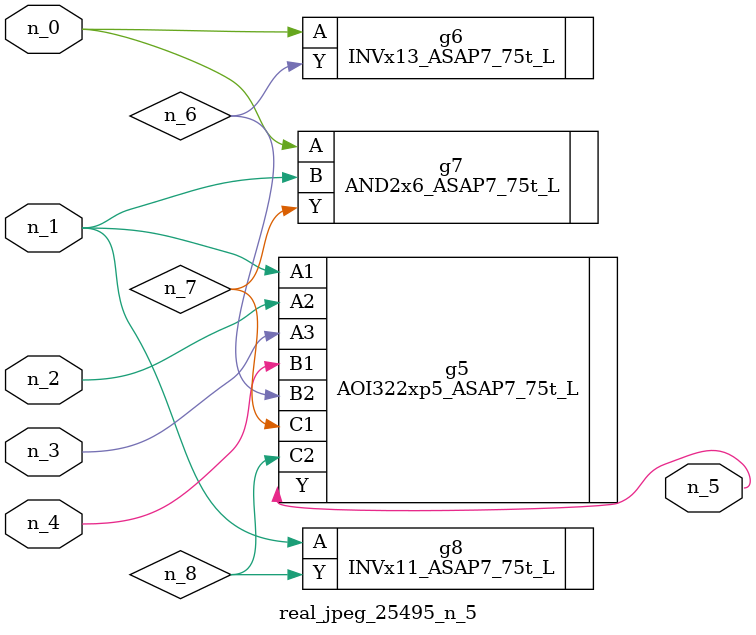
<source format=v>
module real_jpeg_25495_n_5 (n_4, n_0, n_1, n_2, n_3, n_5);

input n_4;
input n_0;
input n_1;
input n_2;
input n_3;

output n_5;

wire n_8;
wire n_6;
wire n_7;

INVx13_ASAP7_75t_L g6 ( 
.A(n_0),
.Y(n_6)
);

AND2x6_ASAP7_75t_L g7 ( 
.A(n_0),
.B(n_1),
.Y(n_7)
);

AOI322xp5_ASAP7_75t_L g5 ( 
.A1(n_1),
.A2(n_2),
.A3(n_3),
.B1(n_4),
.B2(n_6),
.C1(n_7),
.C2(n_8),
.Y(n_5)
);

INVx11_ASAP7_75t_L g8 ( 
.A(n_1),
.Y(n_8)
);


endmodule
</source>
